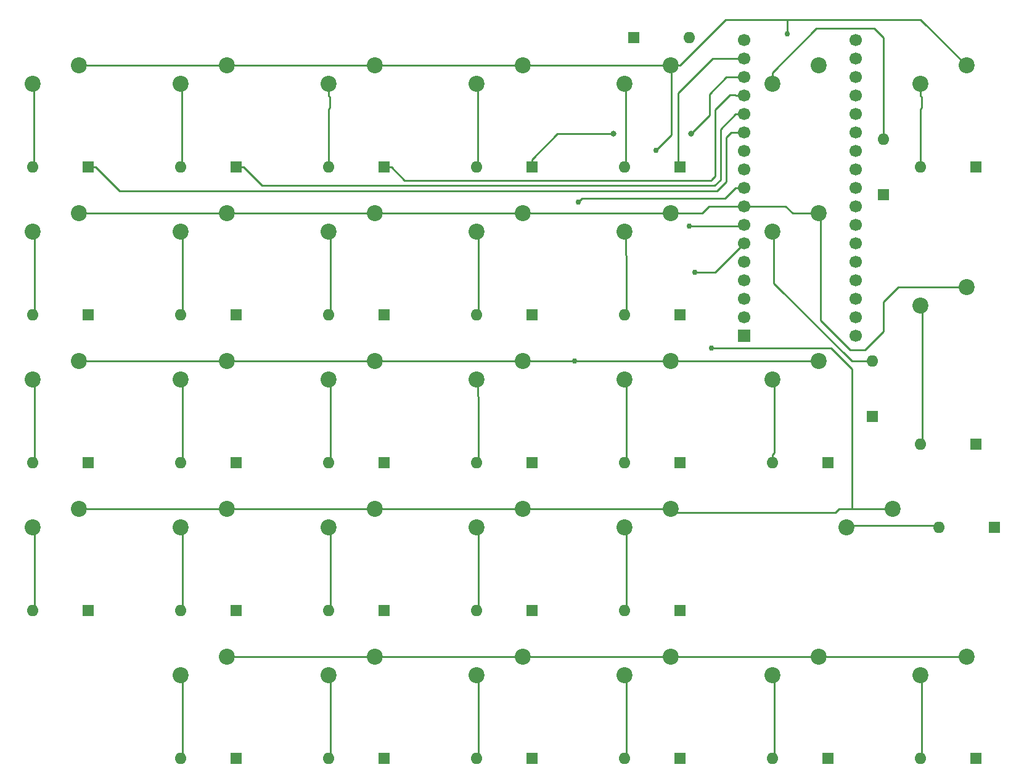
<source format=gbl>
G04 #@! TF.GenerationSoftware,KiCad,Pcbnew,(5.1.0)-1*
G04 #@! TF.CreationDate,2019-04-07T23:14:06+02:00*
G04 #@! TF.ProjectId,ModuleB,4d6f6475-6c65-4422-9e6b-696361645f70,v01*
G04 #@! TF.SameCoordinates,Original*
G04 #@! TF.FileFunction,Copper,L2,Bot*
G04 #@! TF.FilePolarity,Positive*
%FSLAX46Y46*%
G04 Gerber Fmt 4.6, Leading zero omitted, Abs format (unit mm)*
G04 Created by KiCad (PCBNEW (5.1.0)-1) date 2019-04-07 23:14:06*
%MOMM*%
%LPD*%
G04 APERTURE LIST*
%ADD10C,2.200000*%
%ADD11O,1.600000X1.600000*%
%ADD12R,1.600000X1.600000*%
%ADD13C,1.700000*%
%ADD14R,1.700000X1.700000*%
%ADD15C,0.800000*%
%ADD16C,0.762000*%
%ADD17C,0.254000*%
%ADD18C,0.250000*%
G04 APERTURE END LIST*
D10*
X54610000Y-72390000D03*
X48260000Y-74930000D03*
D11*
X118110000Y-27940000D03*
D12*
X110490000Y-27940000D03*
D10*
X149860000Y-115570000D03*
X156210000Y-113030000D03*
D12*
X35560000Y-45720000D03*
D11*
X27940000Y-45720000D03*
X27940000Y-66040000D03*
D12*
X35560000Y-66040000D03*
X35560000Y-86360000D03*
D11*
X27940000Y-86360000D03*
D12*
X35560000Y-106680000D03*
D11*
X27940000Y-106680000D03*
X48260000Y-45720000D03*
D12*
X55880000Y-45720000D03*
X55880000Y-66040000D03*
D11*
X48260000Y-66040000D03*
X48260000Y-86360000D03*
D12*
X55880000Y-86360000D03*
X55880000Y-106680000D03*
D11*
X48260000Y-106680000D03*
X48260000Y-127000000D03*
D12*
X55880000Y-127000000D03*
D11*
X68580000Y-45720000D03*
D12*
X76200000Y-45720000D03*
X76200000Y-66040000D03*
D11*
X68580000Y-66040000D03*
X68580000Y-86360000D03*
D12*
X76200000Y-86360000D03*
D11*
X68580000Y-106680000D03*
D12*
X76200000Y-106680000D03*
X76200000Y-127000000D03*
D11*
X68580000Y-127000000D03*
D12*
X96520000Y-45720000D03*
D11*
X88900000Y-45720000D03*
D12*
X96520000Y-66040000D03*
D11*
X88900000Y-66040000D03*
X88900000Y-86360000D03*
D12*
X96520000Y-86360000D03*
X96520000Y-106680000D03*
D11*
X88900000Y-106680000D03*
X88900000Y-127000000D03*
D12*
X96520000Y-127000000D03*
D11*
X109220000Y-45720000D03*
D12*
X116840000Y-45720000D03*
D11*
X109220000Y-66040000D03*
D12*
X116840000Y-66040000D03*
X116840000Y-86360000D03*
D11*
X109220000Y-86360000D03*
X109220000Y-106680000D03*
D12*
X116840000Y-106680000D03*
X116840000Y-127000000D03*
D11*
X109220000Y-127000000D03*
D12*
X144780000Y-49530000D03*
D11*
X144780000Y-41910000D03*
X143256000Y-72390000D03*
D12*
X143256000Y-80010000D03*
X137160000Y-86360000D03*
D11*
X129540000Y-86360000D03*
X129540000Y-127000000D03*
D12*
X137160000Y-127000000D03*
D11*
X152400000Y-95250000D03*
D12*
X160020000Y-95250000D03*
X157480000Y-45720000D03*
D11*
X149860000Y-45720000D03*
X149860000Y-83820000D03*
D12*
X157480000Y-83820000D03*
X157480000Y-127000000D03*
D11*
X149860000Y-127000000D03*
D10*
X27940000Y-34290000D03*
X34290000Y-31750000D03*
X34290000Y-52070000D03*
X27940000Y-54610000D03*
X34290000Y-72390000D03*
X27940000Y-74930000D03*
X34290000Y-92710000D03*
X27940000Y-95250000D03*
X54610000Y-31750000D03*
X48260000Y-34290000D03*
X48260000Y-54610000D03*
X54610000Y-52070000D03*
X48260000Y-95250000D03*
X54610000Y-92710000D03*
X48260000Y-115570000D03*
X54610000Y-113030000D03*
X68580000Y-34290000D03*
X74930000Y-31750000D03*
X68580000Y-54610000D03*
X74930000Y-52070000D03*
X68580000Y-74930000D03*
X74930000Y-72390000D03*
X74930000Y-92710000D03*
X68580000Y-95250000D03*
X68580000Y-115570000D03*
X74930000Y-113030000D03*
X88900000Y-34290000D03*
X95250000Y-31750000D03*
X95250000Y-52070000D03*
X88900000Y-54610000D03*
X95250000Y-72390000D03*
X88900000Y-74930000D03*
X95250000Y-92710000D03*
X88900000Y-95250000D03*
X95250000Y-113030000D03*
X88900000Y-115570000D03*
X109220000Y-34290000D03*
X115570000Y-31750000D03*
X115570000Y-52070000D03*
X109220000Y-54610000D03*
X115570000Y-72390000D03*
X109220000Y-74930000D03*
X115570000Y-92710000D03*
X109220000Y-95250000D03*
X109220000Y-115570000D03*
X115570000Y-113030000D03*
X135890000Y-31750000D03*
X129540000Y-34290000D03*
X135890000Y-52070000D03*
X129540000Y-54610000D03*
X135890000Y-72390000D03*
X129540000Y-74930000D03*
X129540000Y-115570000D03*
X135890000Y-113030000D03*
X146050000Y-92710000D03*
X139700000Y-95250000D03*
X149860000Y-34290000D03*
X156210000Y-31750000D03*
X156210000Y-62230000D03*
X149860000Y-64770000D03*
D13*
X140970000Y-68890000D03*
X140970000Y-66350000D03*
X140970000Y-63810000D03*
X140970000Y-61270000D03*
X140970000Y-58730000D03*
X140970000Y-56190000D03*
X140970000Y-53650000D03*
X140970000Y-51110000D03*
X140970000Y-48570000D03*
X140970000Y-46030000D03*
X140970000Y-43490000D03*
X140970000Y-40950000D03*
X140970000Y-38410000D03*
X140970000Y-35870000D03*
X140970000Y-33330000D03*
X140970000Y-30790000D03*
X140970000Y-28250000D03*
D14*
X125714000Y-68890000D03*
D13*
X125714000Y-66350000D03*
X125714000Y-63810000D03*
X125714000Y-61270000D03*
X125714000Y-58730000D03*
X125714000Y-56190000D03*
X125714000Y-53650000D03*
X125714000Y-51110000D03*
X125714000Y-48570000D03*
X125714000Y-46030000D03*
X125714000Y-43490000D03*
X125714000Y-40950000D03*
X125714000Y-38410000D03*
X125714000Y-35870000D03*
X125714000Y-33330000D03*
X125714000Y-30790000D03*
X125714000Y-28250000D03*
D15*
X107696000Y-41148000D03*
X118364000Y-41148000D03*
D16*
X131572000Y-27432000D03*
X113538000Y-43434000D03*
X118110000Y-53848000D03*
X102870000Y-50546000D03*
X102362000Y-72390000D03*
X121158000Y-70612000D03*
X118872000Y-60198000D03*
D17*
X123896000Y-40950000D02*
X125714000Y-40950000D01*
X36614000Y-45720000D02*
X39916000Y-49022000D01*
X35560000Y-45720000D02*
X36614000Y-45720000D01*
X39916000Y-49022000D02*
X121920000Y-49022000D01*
X121920000Y-49022000D02*
X123190000Y-47752000D01*
X123190000Y-47752000D02*
X123190000Y-41656000D01*
X123190000Y-41656000D02*
X123896000Y-40950000D01*
X28147001Y-45512999D02*
X27940000Y-45720000D01*
X27940000Y-34290000D02*
X28147001Y-34497001D01*
X28147001Y-34497001D02*
X28147001Y-45512999D01*
X28194000Y-65786000D02*
X27940000Y-66040000D01*
X27940000Y-54610000D02*
X28194000Y-54864000D01*
X28194000Y-54864000D02*
X28194000Y-65786000D01*
X28194000Y-86106000D02*
X27940000Y-86360000D01*
X27940000Y-74930000D02*
X28194000Y-75184000D01*
X28194000Y-75184000D02*
X28194000Y-86106000D01*
X28194000Y-106426000D02*
X27940000Y-106680000D01*
X27940000Y-95250000D02*
X28194000Y-95504000D01*
X28194000Y-95504000D02*
X28194000Y-106426000D01*
X48467001Y-34497001D02*
X48260000Y-34290000D01*
X48260000Y-45720000D02*
X48467001Y-45512999D01*
X48467001Y-45512999D02*
X48467001Y-34497001D01*
D18*
X124511919Y-38410000D02*
X125714000Y-38410000D01*
X122428000Y-40493919D02*
X124511919Y-38410000D01*
X121608508Y-48269990D02*
X122428000Y-47450498D01*
X122428000Y-47450498D02*
X122428000Y-40493919D01*
X59479990Y-48269990D02*
X59680010Y-48269990D01*
X56930000Y-45720000D02*
X59479990Y-48269990D01*
X55880000Y-45720000D02*
X56930000Y-45720000D01*
X121608508Y-48269990D02*
X59680010Y-48269990D01*
D17*
X48514000Y-54864000D02*
X48260000Y-54610000D01*
X48514000Y-65532000D02*
X48514000Y-54864000D01*
X48260000Y-66040000D02*
X48260000Y-65786000D01*
X48260000Y-65786000D02*
X48514000Y-65532000D01*
X48514000Y-75184000D02*
X48260000Y-74930000D01*
X48260000Y-86360000D02*
X48514000Y-86106000D01*
X48514000Y-86106000D02*
X48514000Y-75184000D01*
X48514000Y-95504000D02*
X48260000Y-95250000D01*
X48260000Y-106680000D02*
X48514000Y-106426000D01*
X48514000Y-106426000D02*
X48514000Y-95504000D01*
X48514000Y-115824000D02*
X48260000Y-115570000D01*
X48260000Y-127000000D02*
X48514000Y-126746000D01*
X48514000Y-126746000D02*
X48514000Y-115824000D01*
X68580000Y-37745962D02*
X68580000Y-45720000D01*
X68787001Y-37538961D02*
X68580000Y-37745962D01*
X68787001Y-36121039D02*
X68787001Y-37538961D01*
X68580000Y-34290000D02*
X68580000Y-35914038D01*
X68580000Y-35914038D02*
X68787001Y-36121039D01*
D18*
X77250000Y-45720000D02*
X79049980Y-47519980D01*
X76200000Y-45720000D02*
X77250000Y-45720000D01*
X79049980Y-47519980D02*
X121158000Y-47519980D01*
X121158000Y-47498000D02*
X121677990Y-46978010D01*
X121158000Y-47519980D02*
X121158000Y-47498000D01*
X124511919Y-35870000D02*
X124460000Y-35818081D01*
X125714000Y-35870000D02*
X124511919Y-35870000D01*
X124460000Y-35818081D02*
X123693919Y-35818081D01*
X121677990Y-37834010D02*
X121677990Y-40374010D01*
X123693919Y-35818081D02*
X121677990Y-37834010D01*
X121677990Y-46978010D02*
X121677990Y-40374010D01*
X121677990Y-40374010D02*
X121677990Y-39906010D01*
D17*
X68834000Y-65786000D02*
X68580000Y-66040000D01*
X68580000Y-54610000D02*
X68834000Y-54864000D01*
X68834000Y-54864000D02*
X68834000Y-65786000D01*
X68834000Y-86106000D02*
X68580000Y-86360000D01*
X68580000Y-74930000D02*
X68834000Y-75184000D01*
X68834000Y-75184000D02*
X68834000Y-86106000D01*
X68834000Y-106426000D02*
X68580000Y-106680000D01*
X68580000Y-95250000D02*
X68834000Y-95504000D01*
X68834000Y-95504000D02*
X68834000Y-106426000D01*
X68834000Y-126746000D02*
X68580000Y-127000000D01*
X68580000Y-115570000D02*
X68834000Y-115824000D01*
X68834000Y-115824000D02*
X68834000Y-126746000D01*
D18*
X100042000Y-41148000D02*
X107696000Y-41148000D01*
X96520000Y-45720000D02*
X96520000Y-44670000D01*
X96520000Y-44670000D02*
X100042000Y-41148000D01*
X120904000Y-38608000D02*
X118364000Y-41148000D01*
X120904000Y-35672000D02*
X120904000Y-38608000D01*
X125714000Y-33330000D02*
X123246000Y-33330000D01*
X123246000Y-33330000D02*
X120904000Y-35672000D01*
D17*
X89107001Y-34497001D02*
X88900000Y-34290000D01*
X88900000Y-45720000D02*
X89107001Y-45512999D01*
X89107001Y-45512999D02*
X89107001Y-34497001D01*
X89154000Y-54864000D02*
X88900000Y-54610000D01*
X88900000Y-66040000D02*
X89154000Y-65786000D01*
X89154000Y-65786000D02*
X89154000Y-54864000D01*
X89107001Y-75137001D02*
X88900000Y-74930000D01*
X89107001Y-77205039D02*
X89107001Y-75137001D01*
X89154000Y-77252038D02*
X89107001Y-77205039D01*
X88900000Y-86360000D02*
X89154000Y-86106000D01*
X89154000Y-86106000D02*
X89154000Y-77252038D01*
X89154000Y-95504000D02*
X88900000Y-95250000D01*
X88900000Y-106680000D02*
X89154000Y-106426000D01*
X89154000Y-106426000D02*
X89154000Y-95504000D01*
X89154000Y-115824000D02*
X88900000Y-115570000D01*
X88900000Y-127000000D02*
X89154000Y-126746000D01*
X89154000Y-126746000D02*
X89154000Y-115824000D01*
X109427001Y-45512999D02*
X109220000Y-45720000D01*
X109220000Y-34290000D02*
X109427001Y-34497001D01*
X109427001Y-34497001D02*
X109427001Y-45512999D01*
X121356000Y-30790000D02*
X125714000Y-30790000D01*
X116586000Y-35560000D02*
X121356000Y-30790000D01*
X116840000Y-45720000D02*
X116586000Y-45466000D01*
X116586000Y-45466000D02*
X116586000Y-35560000D01*
X109474000Y-65786000D02*
X109220000Y-66040000D01*
X109474000Y-57875962D02*
X109474000Y-65786000D01*
X109427001Y-57828963D02*
X109474000Y-57875962D01*
X109220000Y-54610000D02*
X109427001Y-54817001D01*
X109427001Y-54817001D02*
X109427001Y-57828963D01*
X109474000Y-86106000D02*
X109220000Y-86360000D01*
X109220000Y-74930000D02*
X109474000Y-75184000D01*
X109474000Y-75184000D02*
X109474000Y-86106000D01*
X109474000Y-106426000D02*
X109220000Y-106680000D01*
X109220000Y-95250000D02*
X109474000Y-95504000D01*
X109474000Y-95504000D02*
X109474000Y-106426000D01*
X109474000Y-126746000D02*
X109220000Y-127000000D01*
X109220000Y-115570000D02*
X109474000Y-115824000D01*
X109474000Y-115824000D02*
X109474000Y-126746000D01*
X144780000Y-27940000D02*
X144780000Y-41910000D01*
X143510000Y-26670000D02*
X144780000Y-27940000D01*
X135604366Y-26670000D02*
X143510000Y-26670000D01*
X129540000Y-34290000D02*
X129540000Y-32734366D01*
X129540000Y-32734366D02*
X135604366Y-26670000D01*
X129747001Y-54817001D02*
X129540000Y-54610000D01*
X129747001Y-61675001D02*
X129747001Y-54817001D01*
X143256000Y-72390000D02*
X140462000Y-72390000D01*
X140462000Y-72390000D02*
X129747001Y-61675001D01*
X129794000Y-75184000D02*
X129540000Y-74930000D01*
X129794000Y-84974630D02*
X129794000Y-75184000D01*
X129540000Y-86360000D02*
X129540000Y-85228630D01*
X129540000Y-85228630D02*
X129794000Y-84974630D01*
X129794000Y-115824000D02*
X129540000Y-115570000D01*
X129540000Y-127000000D02*
X129794000Y-126746000D01*
X129794000Y-126746000D02*
X129794000Y-115824000D01*
X152146000Y-94996000D02*
X152400000Y-95250000D01*
X139700000Y-95250000D02*
X139954000Y-94996000D01*
X139954000Y-94996000D02*
X152146000Y-94996000D01*
X149860000Y-37745962D02*
X149860000Y-45720000D01*
X150067001Y-37538961D02*
X149860000Y-37745962D01*
X150067001Y-36121039D02*
X150067001Y-37538961D01*
X149860000Y-34290000D02*
X149860000Y-35914038D01*
X149860000Y-35914038D02*
X150067001Y-36121039D01*
X150114000Y-83566000D02*
X149860000Y-83820000D01*
X149860000Y-64770000D02*
X150114000Y-65024000D01*
X150114000Y-65024000D02*
X150114000Y-83566000D01*
X150067001Y-115777001D02*
X149860000Y-115570000D01*
X149860000Y-127000000D02*
X150067001Y-126792999D01*
X150067001Y-126792999D02*
X150067001Y-115777001D01*
X35845634Y-31750000D02*
X54610000Y-31750000D01*
X34290000Y-31750000D02*
X35845634Y-31750000D01*
X54610000Y-31750000D02*
X74930000Y-31750000D01*
X76485634Y-31750000D02*
X95250000Y-31750000D01*
X74930000Y-31750000D02*
X76485634Y-31750000D01*
X96805634Y-31750000D02*
X115570000Y-31750000D01*
X95250000Y-31750000D02*
X96805634Y-31750000D01*
X149913990Y-25453990D02*
X156210000Y-31750000D01*
X131572000Y-25507980D02*
X131625990Y-25453990D01*
X131572000Y-27432000D02*
X131572000Y-25507980D01*
X131625990Y-25453990D02*
X149913990Y-25453990D01*
X125658000Y-53594000D02*
X125714000Y-53650000D01*
X118110000Y-53848000D02*
X125658000Y-53848000D01*
X115570000Y-41402000D02*
X113538000Y-43434000D01*
X115657001Y-41314999D02*
X115570000Y-41402000D01*
X115570000Y-31750000D02*
X115657001Y-31837001D01*
X115657001Y-31837001D02*
X115657001Y-41314999D01*
X123136010Y-25453990D02*
X131625990Y-25453990D01*
X115570000Y-31750000D02*
X116840000Y-31750000D01*
X116840000Y-31750000D02*
X123136010Y-25453990D01*
X35845634Y-52070000D02*
X54610000Y-52070000D01*
X34290000Y-52070000D02*
X35845634Y-52070000D01*
X56165634Y-52070000D02*
X74930000Y-52070000D01*
X54610000Y-52070000D02*
X56165634Y-52070000D01*
X76485634Y-52070000D02*
X95250000Y-52070000D01*
X74930000Y-52070000D02*
X76485634Y-52070000D01*
X95250000Y-52070000D02*
X115570000Y-52070000D01*
X119888000Y-52070000D02*
X115570000Y-52070000D01*
X125714000Y-51110000D02*
X120848000Y-51110000D01*
X120848000Y-51110000D02*
X119888000Y-52070000D01*
X132334000Y-52070000D02*
X135890000Y-52070000D01*
X125714000Y-51110000D02*
X131374000Y-51110000D01*
X131374000Y-51110000D02*
X132334000Y-52070000D01*
X146812000Y-62230000D02*
X156210000Y-62230000D01*
X144780000Y-64262000D02*
X146812000Y-62230000D01*
X136144000Y-66802000D02*
X140208000Y-70866000D01*
X135890000Y-52070000D02*
X136144000Y-52324000D01*
X140208000Y-70866000D02*
X142240000Y-70866000D01*
X142240000Y-70866000D02*
X144780000Y-68326000D01*
X136144000Y-52324000D02*
X136144000Y-66802000D01*
X144780000Y-68326000D02*
X144780000Y-64262000D01*
X135890000Y-72390000D02*
X115570000Y-72390000D01*
X34290000Y-72390000D02*
X95250000Y-72390000D01*
X115570000Y-72390000D02*
X102362000Y-72390000D01*
X102362000Y-72390000D02*
X95250000Y-72390000D01*
X124511919Y-48570000D02*
X123043919Y-50038000D01*
X125714000Y-48570000D02*
X124511919Y-48570000D01*
X123043919Y-50038000D02*
X103378000Y-50038000D01*
X103378000Y-50038000D02*
X102870000Y-50546000D01*
X114014366Y-92710000D02*
X95250000Y-92710000D01*
X115570000Y-92710000D02*
X114014366Y-92710000D01*
X93694366Y-92710000D02*
X34290000Y-92710000D01*
X95250000Y-92710000D02*
X93694366Y-92710000D01*
X146050000Y-92710000D02*
X140462000Y-92710000D01*
X116078000Y-93218000D02*
X115570000Y-92710000D01*
X138176000Y-93218000D02*
X116078000Y-93218000D01*
X140462000Y-92710000D02*
X138684000Y-92710000D01*
X138684000Y-92710000D02*
X138176000Y-93218000D01*
X137617668Y-70612000D02*
X121696815Y-70612000D01*
X121696815Y-70612000D02*
X121158000Y-70612000D01*
X140462000Y-92710000D02*
X140462000Y-73456332D01*
X140462000Y-73456332D02*
X137617668Y-70612000D01*
X56165634Y-113030000D02*
X74930000Y-113030000D01*
X54610000Y-113030000D02*
X56165634Y-113030000D01*
X76485634Y-113030000D02*
X95250000Y-113030000D01*
X74930000Y-113030000D02*
X76485634Y-113030000D01*
X96805634Y-113030000D02*
X115570000Y-113030000D01*
X95250000Y-113030000D02*
X96805634Y-113030000D01*
X117125634Y-113030000D02*
X135890000Y-113030000D01*
X115570000Y-113030000D02*
X117125634Y-113030000D01*
X135890000Y-113030000D02*
X156210000Y-113030000D01*
X121706000Y-60198000D02*
X125714000Y-56190000D01*
X118872000Y-60198000D02*
X121706000Y-60198000D01*
M02*

</source>
